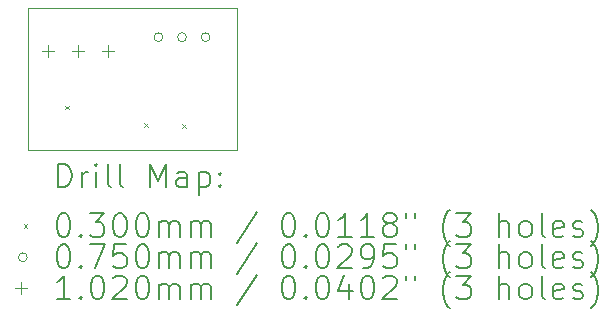
<source format=gbr>
%TF.GenerationSoftware,KiCad,Pcbnew,8.0.6*%
%TF.CreationDate,2024-10-26T20:07:44-05:00*%
%TF.ProjectId,FanPWMtoRotorLock,46616e50-574d-4746-9f52-6f746f724c6f,rev?*%
%TF.SameCoordinates,Original*%
%TF.FileFunction,Drillmap*%
%TF.FilePolarity,Positive*%
%FSLAX45Y45*%
G04 Gerber Fmt 4.5, Leading zero omitted, Abs format (unit mm)*
G04 Created by KiCad (PCBNEW 8.0.6) date 2024-10-26 20:07:44*
%MOMM*%
%LPD*%
G01*
G04 APERTURE LIST*
%ADD10C,0.050000*%
%ADD11C,0.200000*%
%ADD12C,0.100000*%
%ADD13C,0.102000*%
G04 APERTURE END LIST*
D10*
X11502500Y-7745000D02*
X13272500Y-7745000D01*
X13272500Y-8950000D01*
X11502500Y-8950000D01*
X11502500Y-7745000D01*
D11*
D12*
X11822800Y-8572500D02*
X11852800Y-8602500D01*
X11852800Y-8572500D02*
X11822800Y-8602500D01*
X12492500Y-8720760D02*
X12522500Y-8750760D01*
X12522500Y-8720760D02*
X12492500Y-8750760D01*
X12812950Y-8728540D02*
X12842950Y-8758540D01*
X12842950Y-8728540D02*
X12812950Y-8758540D01*
X12647500Y-7992500D02*
G75*
G02*
X12572500Y-7992500I-37500J0D01*
G01*
X12572500Y-7992500D02*
G75*
G02*
X12647500Y-7992500I37500J0D01*
G01*
X12847500Y-7992500D02*
G75*
G02*
X12772500Y-7992500I-37500J0D01*
G01*
X12772500Y-7992500D02*
G75*
G02*
X12847500Y-7992500I37500J0D01*
G01*
X13047500Y-7992500D02*
G75*
G02*
X12972500Y-7992500I-37500J0D01*
G01*
X12972500Y-7992500D02*
G75*
G02*
X13047500Y-7992500I37500J0D01*
G01*
D13*
X11677500Y-8061500D02*
X11677500Y-8163500D01*
X11626500Y-8112500D02*
X11728500Y-8112500D01*
X11931500Y-8061500D02*
X11931500Y-8163500D01*
X11880500Y-8112500D02*
X11982500Y-8112500D01*
X12185500Y-8061500D02*
X12185500Y-8163500D01*
X12134500Y-8112500D02*
X12236500Y-8112500D01*
D11*
X11760777Y-9263984D02*
X11760777Y-9063984D01*
X11760777Y-9063984D02*
X11808396Y-9063984D01*
X11808396Y-9063984D02*
X11836967Y-9073508D01*
X11836967Y-9073508D02*
X11856015Y-9092555D01*
X11856015Y-9092555D02*
X11865539Y-9111603D01*
X11865539Y-9111603D02*
X11875062Y-9149698D01*
X11875062Y-9149698D02*
X11875062Y-9178270D01*
X11875062Y-9178270D02*
X11865539Y-9216365D01*
X11865539Y-9216365D02*
X11856015Y-9235412D01*
X11856015Y-9235412D02*
X11836967Y-9254460D01*
X11836967Y-9254460D02*
X11808396Y-9263984D01*
X11808396Y-9263984D02*
X11760777Y-9263984D01*
X11960777Y-9263984D02*
X11960777Y-9130650D01*
X11960777Y-9168746D02*
X11970301Y-9149698D01*
X11970301Y-9149698D02*
X11979824Y-9140174D01*
X11979824Y-9140174D02*
X11998872Y-9130650D01*
X11998872Y-9130650D02*
X12017920Y-9130650D01*
X12084586Y-9263984D02*
X12084586Y-9130650D01*
X12084586Y-9063984D02*
X12075062Y-9073508D01*
X12075062Y-9073508D02*
X12084586Y-9083031D01*
X12084586Y-9083031D02*
X12094110Y-9073508D01*
X12094110Y-9073508D02*
X12084586Y-9063984D01*
X12084586Y-9063984D02*
X12084586Y-9083031D01*
X12208396Y-9263984D02*
X12189348Y-9254460D01*
X12189348Y-9254460D02*
X12179824Y-9235412D01*
X12179824Y-9235412D02*
X12179824Y-9063984D01*
X12313158Y-9263984D02*
X12294110Y-9254460D01*
X12294110Y-9254460D02*
X12284586Y-9235412D01*
X12284586Y-9235412D02*
X12284586Y-9063984D01*
X12541729Y-9263984D02*
X12541729Y-9063984D01*
X12541729Y-9063984D02*
X12608396Y-9206841D01*
X12608396Y-9206841D02*
X12675062Y-9063984D01*
X12675062Y-9063984D02*
X12675062Y-9263984D01*
X12856015Y-9263984D02*
X12856015Y-9159222D01*
X12856015Y-9159222D02*
X12846491Y-9140174D01*
X12846491Y-9140174D02*
X12827443Y-9130650D01*
X12827443Y-9130650D02*
X12789348Y-9130650D01*
X12789348Y-9130650D02*
X12770301Y-9140174D01*
X12856015Y-9254460D02*
X12836967Y-9263984D01*
X12836967Y-9263984D02*
X12789348Y-9263984D01*
X12789348Y-9263984D02*
X12770301Y-9254460D01*
X12770301Y-9254460D02*
X12760777Y-9235412D01*
X12760777Y-9235412D02*
X12760777Y-9216365D01*
X12760777Y-9216365D02*
X12770301Y-9197317D01*
X12770301Y-9197317D02*
X12789348Y-9187793D01*
X12789348Y-9187793D02*
X12836967Y-9187793D01*
X12836967Y-9187793D02*
X12856015Y-9178270D01*
X12951253Y-9130650D02*
X12951253Y-9330650D01*
X12951253Y-9140174D02*
X12970301Y-9130650D01*
X12970301Y-9130650D02*
X13008396Y-9130650D01*
X13008396Y-9130650D02*
X13027443Y-9140174D01*
X13027443Y-9140174D02*
X13036967Y-9149698D01*
X13036967Y-9149698D02*
X13046491Y-9168746D01*
X13046491Y-9168746D02*
X13046491Y-9225889D01*
X13046491Y-9225889D02*
X13036967Y-9244936D01*
X13036967Y-9244936D02*
X13027443Y-9254460D01*
X13027443Y-9254460D02*
X13008396Y-9263984D01*
X13008396Y-9263984D02*
X12970301Y-9263984D01*
X12970301Y-9263984D02*
X12951253Y-9254460D01*
X13132205Y-9244936D02*
X13141729Y-9254460D01*
X13141729Y-9254460D02*
X13132205Y-9263984D01*
X13132205Y-9263984D02*
X13122682Y-9254460D01*
X13122682Y-9254460D02*
X13132205Y-9244936D01*
X13132205Y-9244936D02*
X13132205Y-9263984D01*
X13132205Y-9140174D02*
X13141729Y-9149698D01*
X13141729Y-9149698D02*
X13132205Y-9159222D01*
X13132205Y-9159222D02*
X13122682Y-9149698D01*
X13122682Y-9149698D02*
X13132205Y-9140174D01*
X13132205Y-9140174D02*
X13132205Y-9159222D01*
D12*
X11470000Y-9577500D02*
X11500000Y-9607500D01*
X11500000Y-9577500D02*
X11470000Y-9607500D01*
D11*
X11798872Y-9483984D02*
X11817920Y-9483984D01*
X11817920Y-9483984D02*
X11836967Y-9493508D01*
X11836967Y-9493508D02*
X11846491Y-9503031D01*
X11846491Y-9503031D02*
X11856015Y-9522079D01*
X11856015Y-9522079D02*
X11865539Y-9560174D01*
X11865539Y-9560174D02*
X11865539Y-9607793D01*
X11865539Y-9607793D02*
X11856015Y-9645889D01*
X11856015Y-9645889D02*
X11846491Y-9664936D01*
X11846491Y-9664936D02*
X11836967Y-9674460D01*
X11836967Y-9674460D02*
X11817920Y-9683984D01*
X11817920Y-9683984D02*
X11798872Y-9683984D01*
X11798872Y-9683984D02*
X11779824Y-9674460D01*
X11779824Y-9674460D02*
X11770301Y-9664936D01*
X11770301Y-9664936D02*
X11760777Y-9645889D01*
X11760777Y-9645889D02*
X11751253Y-9607793D01*
X11751253Y-9607793D02*
X11751253Y-9560174D01*
X11751253Y-9560174D02*
X11760777Y-9522079D01*
X11760777Y-9522079D02*
X11770301Y-9503031D01*
X11770301Y-9503031D02*
X11779824Y-9493508D01*
X11779824Y-9493508D02*
X11798872Y-9483984D01*
X11951253Y-9664936D02*
X11960777Y-9674460D01*
X11960777Y-9674460D02*
X11951253Y-9683984D01*
X11951253Y-9683984D02*
X11941729Y-9674460D01*
X11941729Y-9674460D02*
X11951253Y-9664936D01*
X11951253Y-9664936D02*
X11951253Y-9683984D01*
X12027443Y-9483984D02*
X12151253Y-9483984D01*
X12151253Y-9483984D02*
X12084586Y-9560174D01*
X12084586Y-9560174D02*
X12113158Y-9560174D01*
X12113158Y-9560174D02*
X12132205Y-9569698D01*
X12132205Y-9569698D02*
X12141729Y-9579222D01*
X12141729Y-9579222D02*
X12151253Y-9598270D01*
X12151253Y-9598270D02*
X12151253Y-9645889D01*
X12151253Y-9645889D02*
X12141729Y-9664936D01*
X12141729Y-9664936D02*
X12132205Y-9674460D01*
X12132205Y-9674460D02*
X12113158Y-9683984D01*
X12113158Y-9683984D02*
X12056015Y-9683984D01*
X12056015Y-9683984D02*
X12036967Y-9674460D01*
X12036967Y-9674460D02*
X12027443Y-9664936D01*
X12275062Y-9483984D02*
X12294110Y-9483984D01*
X12294110Y-9483984D02*
X12313158Y-9493508D01*
X12313158Y-9493508D02*
X12322682Y-9503031D01*
X12322682Y-9503031D02*
X12332205Y-9522079D01*
X12332205Y-9522079D02*
X12341729Y-9560174D01*
X12341729Y-9560174D02*
X12341729Y-9607793D01*
X12341729Y-9607793D02*
X12332205Y-9645889D01*
X12332205Y-9645889D02*
X12322682Y-9664936D01*
X12322682Y-9664936D02*
X12313158Y-9674460D01*
X12313158Y-9674460D02*
X12294110Y-9683984D01*
X12294110Y-9683984D02*
X12275062Y-9683984D01*
X12275062Y-9683984D02*
X12256015Y-9674460D01*
X12256015Y-9674460D02*
X12246491Y-9664936D01*
X12246491Y-9664936D02*
X12236967Y-9645889D01*
X12236967Y-9645889D02*
X12227443Y-9607793D01*
X12227443Y-9607793D02*
X12227443Y-9560174D01*
X12227443Y-9560174D02*
X12236967Y-9522079D01*
X12236967Y-9522079D02*
X12246491Y-9503031D01*
X12246491Y-9503031D02*
X12256015Y-9493508D01*
X12256015Y-9493508D02*
X12275062Y-9483984D01*
X12465539Y-9483984D02*
X12484586Y-9483984D01*
X12484586Y-9483984D02*
X12503634Y-9493508D01*
X12503634Y-9493508D02*
X12513158Y-9503031D01*
X12513158Y-9503031D02*
X12522682Y-9522079D01*
X12522682Y-9522079D02*
X12532205Y-9560174D01*
X12532205Y-9560174D02*
X12532205Y-9607793D01*
X12532205Y-9607793D02*
X12522682Y-9645889D01*
X12522682Y-9645889D02*
X12513158Y-9664936D01*
X12513158Y-9664936D02*
X12503634Y-9674460D01*
X12503634Y-9674460D02*
X12484586Y-9683984D01*
X12484586Y-9683984D02*
X12465539Y-9683984D01*
X12465539Y-9683984D02*
X12446491Y-9674460D01*
X12446491Y-9674460D02*
X12436967Y-9664936D01*
X12436967Y-9664936D02*
X12427443Y-9645889D01*
X12427443Y-9645889D02*
X12417920Y-9607793D01*
X12417920Y-9607793D02*
X12417920Y-9560174D01*
X12417920Y-9560174D02*
X12427443Y-9522079D01*
X12427443Y-9522079D02*
X12436967Y-9503031D01*
X12436967Y-9503031D02*
X12446491Y-9493508D01*
X12446491Y-9493508D02*
X12465539Y-9483984D01*
X12617920Y-9683984D02*
X12617920Y-9550650D01*
X12617920Y-9569698D02*
X12627443Y-9560174D01*
X12627443Y-9560174D02*
X12646491Y-9550650D01*
X12646491Y-9550650D02*
X12675063Y-9550650D01*
X12675063Y-9550650D02*
X12694110Y-9560174D01*
X12694110Y-9560174D02*
X12703634Y-9579222D01*
X12703634Y-9579222D02*
X12703634Y-9683984D01*
X12703634Y-9579222D02*
X12713158Y-9560174D01*
X12713158Y-9560174D02*
X12732205Y-9550650D01*
X12732205Y-9550650D02*
X12760777Y-9550650D01*
X12760777Y-9550650D02*
X12779824Y-9560174D01*
X12779824Y-9560174D02*
X12789348Y-9579222D01*
X12789348Y-9579222D02*
X12789348Y-9683984D01*
X12884586Y-9683984D02*
X12884586Y-9550650D01*
X12884586Y-9569698D02*
X12894110Y-9560174D01*
X12894110Y-9560174D02*
X12913158Y-9550650D01*
X12913158Y-9550650D02*
X12941729Y-9550650D01*
X12941729Y-9550650D02*
X12960777Y-9560174D01*
X12960777Y-9560174D02*
X12970301Y-9579222D01*
X12970301Y-9579222D02*
X12970301Y-9683984D01*
X12970301Y-9579222D02*
X12979824Y-9560174D01*
X12979824Y-9560174D02*
X12998872Y-9550650D01*
X12998872Y-9550650D02*
X13027443Y-9550650D01*
X13027443Y-9550650D02*
X13046491Y-9560174D01*
X13046491Y-9560174D02*
X13056015Y-9579222D01*
X13056015Y-9579222D02*
X13056015Y-9683984D01*
X13446491Y-9474460D02*
X13275063Y-9731603D01*
X13703634Y-9483984D02*
X13722682Y-9483984D01*
X13722682Y-9483984D02*
X13741729Y-9493508D01*
X13741729Y-9493508D02*
X13751253Y-9503031D01*
X13751253Y-9503031D02*
X13760777Y-9522079D01*
X13760777Y-9522079D02*
X13770301Y-9560174D01*
X13770301Y-9560174D02*
X13770301Y-9607793D01*
X13770301Y-9607793D02*
X13760777Y-9645889D01*
X13760777Y-9645889D02*
X13751253Y-9664936D01*
X13751253Y-9664936D02*
X13741729Y-9674460D01*
X13741729Y-9674460D02*
X13722682Y-9683984D01*
X13722682Y-9683984D02*
X13703634Y-9683984D01*
X13703634Y-9683984D02*
X13684586Y-9674460D01*
X13684586Y-9674460D02*
X13675063Y-9664936D01*
X13675063Y-9664936D02*
X13665539Y-9645889D01*
X13665539Y-9645889D02*
X13656015Y-9607793D01*
X13656015Y-9607793D02*
X13656015Y-9560174D01*
X13656015Y-9560174D02*
X13665539Y-9522079D01*
X13665539Y-9522079D02*
X13675063Y-9503031D01*
X13675063Y-9503031D02*
X13684586Y-9493508D01*
X13684586Y-9493508D02*
X13703634Y-9483984D01*
X13856015Y-9664936D02*
X13865539Y-9674460D01*
X13865539Y-9674460D02*
X13856015Y-9683984D01*
X13856015Y-9683984D02*
X13846491Y-9674460D01*
X13846491Y-9674460D02*
X13856015Y-9664936D01*
X13856015Y-9664936D02*
X13856015Y-9683984D01*
X13989348Y-9483984D02*
X14008396Y-9483984D01*
X14008396Y-9483984D02*
X14027444Y-9493508D01*
X14027444Y-9493508D02*
X14036967Y-9503031D01*
X14036967Y-9503031D02*
X14046491Y-9522079D01*
X14046491Y-9522079D02*
X14056015Y-9560174D01*
X14056015Y-9560174D02*
X14056015Y-9607793D01*
X14056015Y-9607793D02*
X14046491Y-9645889D01*
X14046491Y-9645889D02*
X14036967Y-9664936D01*
X14036967Y-9664936D02*
X14027444Y-9674460D01*
X14027444Y-9674460D02*
X14008396Y-9683984D01*
X14008396Y-9683984D02*
X13989348Y-9683984D01*
X13989348Y-9683984D02*
X13970301Y-9674460D01*
X13970301Y-9674460D02*
X13960777Y-9664936D01*
X13960777Y-9664936D02*
X13951253Y-9645889D01*
X13951253Y-9645889D02*
X13941729Y-9607793D01*
X13941729Y-9607793D02*
X13941729Y-9560174D01*
X13941729Y-9560174D02*
X13951253Y-9522079D01*
X13951253Y-9522079D02*
X13960777Y-9503031D01*
X13960777Y-9503031D02*
X13970301Y-9493508D01*
X13970301Y-9493508D02*
X13989348Y-9483984D01*
X14246491Y-9683984D02*
X14132206Y-9683984D01*
X14189348Y-9683984D02*
X14189348Y-9483984D01*
X14189348Y-9483984D02*
X14170301Y-9512555D01*
X14170301Y-9512555D02*
X14151253Y-9531603D01*
X14151253Y-9531603D02*
X14132206Y-9541127D01*
X14436967Y-9683984D02*
X14322682Y-9683984D01*
X14379825Y-9683984D02*
X14379825Y-9483984D01*
X14379825Y-9483984D02*
X14360777Y-9512555D01*
X14360777Y-9512555D02*
X14341729Y-9531603D01*
X14341729Y-9531603D02*
X14322682Y-9541127D01*
X14551253Y-9569698D02*
X14532206Y-9560174D01*
X14532206Y-9560174D02*
X14522682Y-9550650D01*
X14522682Y-9550650D02*
X14513158Y-9531603D01*
X14513158Y-9531603D02*
X14513158Y-9522079D01*
X14513158Y-9522079D02*
X14522682Y-9503031D01*
X14522682Y-9503031D02*
X14532206Y-9493508D01*
X14532206Y-9493508D02*
X14551253Y-9483984D01*
X14551253Y-9483984D02*
X14589348Y-9483984D01*
X14589348Y-9483984D02*
X14608396Y-9493508D01*
X14608396Y-9493508D02*
X14617920Y-9503031D01*
X14617920Y-9503031D02*
X14627444Y-9522079D01*
X14627444Y-9522079D02*
X14627444Y-9531603D01*
X14627444Y-9531603D02*
X14617920Y-9550650D01*
X14617920Y-9550650D02*
X14608396Y-9560174D01*
X14608396Y-9560174D02*
X14589348Y-9569698D01*
X14589348Y-9569698D02*
X14551253Y-9569698D01*
X14551253Y-9569698D02*
X14532206Y-9579222D01*
X14532206Y-9579222D02*
X14522682Y-9588746D01*
X14522682Y-9588746D02*
X14513158Y-9607793D01*
X14513158Y-9607793D02*
X14513158Y-9645889D01*
X14513158Y-9645889D02*
X14522682Y-9664936D01*
X14522682Y-9664936D02*
X14532206Y-9674460D01*
X14532206Y-9674460D02*
X14551253Y-9683984D01*
X14551253Y-9683984D02*
X14589348Y-9683984D01*
X14589348Y-9683984D02*
X14608396Y-9674460D01*
X14608396Y-9674460D02*
X14617920Y-9664936D01*
X14617920Y-9664936D02*
X14627444Y-9645889D01*
X14627444Y-9645889D02*
X14627444Y-9607793D01*
X14627444Y-9607793D02*
X14617920Y-9588746D01*
X14617920Y-9588746D02*
X14608396Y-9579222D01*
X14608396Y-9579222D02*
X14589348Y-9569698D01*
X14703634Y-9483984D02*
X14703634Y-9522079D01*
X14779825Y-9483984D02*
X14779825Y-9522079D01*
X15075063Y-9760174D02*
X15065539Y-9750650D01*
X15065539Y-9750650D02*
X15046491Y-9722079D01*
X15046491Y-9722079D02*
X15036968Y-9703031D01*
X15036968Y-9703031D02*
X15027444Y-9674460D01*
X15027444Y-9674460D02*
X15017920Y-9626841D01*
X15017920Y-9626841D02*
X15017920Y-9588746D01*
X15017920Y-9588746D02*
X15027444Y-9541127D01*
X15027444Y-9541127D02*
X15036968Y-9512555D01*
X15036968Y-9512555D02*
X15046491Y-9493508D01*
X15046491Y-9493508D02*
X15065539Y-9464936D01*
X15065539Y-9464936D02*
X15075063Y-9455412D01*
X15132206Y-9483984D02*
X15256015Y-9483984D01*
X15256015Y-9483984D02*
X15189348Y-9560174D01*
X15189348Y-9560174D02*
X15217920Y-9560174D01*
X15217920Y-9560174D02*
X15236968Y-9569698D01*
X15236968Y-9569698D02*
X15246491Y-9579222D01*
X15246491Y-9579222D02*
X15256015Y-9598270D01*
X15256015Y-9598270D02*
X15256015Y-9645889D01*
X15256015Y-9645889D02*
X15246491Y-9664936D01*
X15246491Y-9664936D02*
X15236968Y-9674460D01*
X15236968Y-9674460D02*
X15217920Y-9683984D01*
X15217920Y-9683984D02*
X15160777Y-9683984D01*
X15160777Y-9683984D02*
X15141729Y-9674460D01*
X15141729Y-9674460D02*
X15132206Y-9664936D01*
X15494110Y-9683984D02*
X15494110Y-9483984D01*
X15579825Y-9683984D02*
X15579825Y-9579222D01*
X15579825Y-9579222D02*
X15570301Y-9560174D01*
X15570301Y-9560174D02*
X15551253Y-9550650D01*
X15551253Y-9550650D02*
X15522682Y-9550650D01*
X15522682Y-9550650D02*
X15503634Y-9560174D01*
X15503634Y-9560174D02*
X15494110Y-9569698D01*
X15703634Y-9683984D02*
X15684587Y-9674460D01*
X15684587Y-9674460D02*
X15675063Y-9664936D01*
X15675063Y-9664936D02*
X15665539Y-9645889D01*
X15665539Y-9645889D02*
X15665539Y-9588746D01*
X15665539Y-9588746D02*
X15675063Y-9569698D01*
X15675063Y-9569698D02*
X15684587Y-9560174D01*
X15684587Y-9560174D02*
X15703634Y-9550650D01*
X15703634Y-9550650D02*
X15732206Y-9550650D01*
X15732206Y-9550650D02*
X15751253Y-9560174D01*
X15751253Y-9560174D02*
X15760777Y-9569698D01*
X15760777Y-9569698D02*
X15770301Y-9588746D01*
X15770301Y-9588746D02*
X15770301Y-9645889D01*
X15770301Y-9645889D02*
X15760777Y-9664936D01*
X15760777Y-9664936D02*
X15751253Y-9674460D01*
X15751253Y-9674460D02*
X15732206Y-9683984D01*
X15732206Y-9683984D02*
X15703634Y-9683984D01*
X15884587Y-9683984D02*
X15865539Y-9674460D01*
X15865539Y-9674460D02*
X15856015Y-9655412D01*
X15856015Y-9655412D02*
X15856015Y-9483984D01*
X16036968Y-9674460D02*
X16017920Y-9683984D01*
X16017920Y-9683984D02*
X15979825Y-9683984D01*
X15979825Y-9683984D02*
X15960777Y-9674460D01*
X15960777Y-9674460D02*
X15951253Y-9655412D01*
X15951253Y-9655412D02*
X15951253Y-9579222D01*
X15951253Y-9579222D02*
X15960777Y-9560174D01*
X15960777Y-9560174D02*
X15979825Y-9550650D01*
X15979825Y-9550650D02*
X16017920Y-9550650D01*
X16017920Y-9550650D02*
X16036968Y-9560174D01*
X16036968Y-9560174D02*
X16046491Y-9579222D01*
X16046491Y-9579222D02*
X16046491Y-9598270D01*
X16046491Y-9598270D02*
X15951253Y-9617317D01*
X16122682Y-9674460D02*
X16141730Y-9683984D01*
X16141730Y-9683984D02*
X16179825Y-9683984D01*
X16179825Y-9683984D02*
X16198872Y-9674460D01*
X16198872Y-9674460D02*
X16208396Y-9655412D01*
X16208396Y-9655412D02*
X16208396Y-9645889D01*
X16208396Y-9645889D02*
X16198872Y-9626841D01*
X16198872Y-9626841D02*
X16179825Y-9617317D01*
X16179825Y-9617317D02*
X16151253Y-9617317D01*
X16151253Y-9617317D02*
X16132206Y-9607793D01*
X16132206Y-9607793D02*
X16122682Y-9588746D01*
X16122682Y-9588746D02*
X16122682Y-9579222D01*
X16122682Y-9579222D02*
X16132206Y-9560174D01*
X16132206Y-9560174D02*
X16151253Y-9550650D01*
X16151253Y-9550650D02*
X16179825Y-9550650D01*
X16179825Y-9550650D02*
X16198872Y-9560174D01*
X16275063Y-9760174D02*
X16284587Y-9750650D01*
X16284587Y-9750650D02*
X16303634Y-9722079D01*
X16303634Y-9722079D02*
X16313158Y-9703031D01*
X16313158Y-9703031D02*
X16322682Y-9674460D01*
X16322682Y-9674460D02*
X16332206Y-9626841D01*
X16332206Y-9626841D02*
X16332206Y-9588746D01*
X16332206Y-9588746D02*
X16322682Y-9541127D01*
X16322682Y-9541127D02*
X16313158Y-9512555D01*
X16313158Y-9512555D02*
X16303634Y-9493508D01*
X16303634Y-9493508D02*
X16284587Y-9464936D01*
X16284587Y-9464936D02*
X16275063Y-9455412D01*
D12*
X11500000Y-9856500D02*
G75*
G02*
X11425000Y-9856500I-37500J0D01*
G01*
X11425000Y-9856500D02*
G75*
G02*
X11500000Y-9856500I37500J0D01*
G01*
D11*
X11798872Y-9747984D02*
X11817920Y-9747984D01*
X11817920Y-9747984D02*
X11836967Y-9757508D01*
X11836967Y-9757508D02*
X11846491Y-9767031D01*
X11846491Y-9767031D02*
X11856015Y-9786079D01*
X11856015Y-9786079D02*
X11865539Y-9824174D01*
X11865539Y-9824174D02*
X11865539Y-9871793D01*
X11865539Y-9871793D02*
X11856015Y-9909889D01*
X11856015Y-9909889D02*
X11846491Y-9928936D01*
X11846491Y-9928936D02*
X11836967Y-9938460D01*
X11836967Y-9938460D02*
X11817920Y-9947984D01*
X11817920Y-9947984D02*
X11798872Y-9947984D01*
X11798872Y-9947984D02*
X11779824Y-9938460D01*
X11779824Y-9938460D02*
X11770301Y-9928936D01*
X11770301Y-9928936D02*
X11760777Y-9909889D01*
X11760777Y-9909889D02*
X11751253Y-9871793D01*
X11751253Y-9871793D02*
X11751253Y-9824174D01*
X11751253Y-9824174D02*
X11760777Y-9786079D01*
X11760777Y-9786079D02*
X11770301Y-9767031D01*
X11770301Y-9767031D02*
X11779824Y-9757508D01*
X11779824Y-9757508D02*
X11798872Y-9747984D01*
X11951253Y-9928936D02*
X11960777Y-9938460D01*
X11960777Y-9938460D02*
X11951253Y-9947984D01*
X11951253Y-9947984D02*
X11941729Y-9938460D01*
X11941729Y-9938460D02*
X11951253Y-9928936D01*
X11951253Y-9928936D02*
X11951253Y-9947984D01*
X12027443Y-9747984D02*
X12160777Y-9747984D01*
X12160777Y-9747984D02*
X12075062Y-9947984D01*
X12332205Y-9747984D02*
X12236967Y-9747984D01*
X12236967Y-9747984D02*
X12227443Y-9843222D01*
X12227443Y-9843222D02*
X12236967Y-9833698D01*
X12236967Y-9833698D02*
X12256015Y-9824174D01*
X12256015Y-9824174D02*
X12303634Y-9824174D01*
X12303634Y-9824174D02*
X12322682Y-9833698D01*
X12322682Y-9833698D02*
X12332205Y-9843222D01*
X12332205Y-9843222D02*
X12341729Y-9862270D01*
X12341729Y-9862270D02*
X12341729Y-9909889D01*
X12341729Y-9909889D02*
X12332205Y-9928936D01*
X12332205Y-9928936D02*
X12322682Y-9938460D01*
X12322682Y-9938460D02*
X12303634Y-9947984D01*
X12303634Y-9947984D02*
X12256015Y-9947984D01*
X12256015Y-9947984D02*
X12236967Y-9938460D01*
X12236967Y-9938460D02*
X12227443Y-9928936D01*
X12465539Y-9747984D02*
X12484586Y-9747984D01*
X12484586Y-9747984D02*
X12503634Y-9757508D01*
X12503634Y-9757508D02*
X12513158Y-9767031D01*
X12513158Y-9767031D02*
X12522682Y-9786079D01*
X12522682Y-9786079D02*
X12532205Y-9824174D01*
X12532205Y-9824174D02*
X12532205Y-9871793D01*
X12532205Y-9871793D02*
X12522682Y-9909889D01*
X12522682Y-9909889D02*
X12513158Y-9928936D01*
X12513158Y-9928936D02*
X12503634Y-9938460D01*
X12503634Y-9938460D02*
X12484586Y-9947984D01*
X12484586Y-9947984D02*
X12465539Y-9947984D01*
X12465539Y-9947984D02*
X12446491Y-9938460D01*
X12446491Y-9938460D02*
X12436967Y-9928936D01*
X12436967Y-9928936D02*
X12427443Y-9909889D01*
X12427443Y-9909889D02*
X12417920Y-9871793D01*
X12417920Y-9871793D02*
X12417920Y-9824174D01*
X12417920Y-9824174D02*
X12427443Y-9786079D01*
X12427443Y-9786079D02*
X12436967Y-9767031D01*
X12436967Y-9767031D02*
X12446491Y-9757508D01*
X12446491Y-9757508D02*
X12465539Y-9747984D01*
X12617920Y-9947984D02*
X12617920Y-9814650D01*
X12617920Y-9833698D02*
X12627443Y-9824174D01*
X12627443Y-9824174D02*
X12646491Y-9814650D01*
X12646491Y-9814650D02*
X12675063Y-9814650D01*
X12675063Y-9814650D02*
X12694110Y-9824174D01*
X12694110Y-9824174D02*
X12703634Y-9843222D01*
X12703634Y-9843222D02*
X12703634Y-9947984D01*
X12703634Y-9843222D02*
X12713158Y-9824174D01*
X12713158Y-9824174D02*
X12732205Y-9814650D01*
X12732205Y-9814650D02*
X12760777Y-9814650D01*
X12760777Y-9814650D02*
X12779824Y-9824174D01*
X12779824Y-9824174D02*
X12789348Y-9843222D01*
X12789348Y-9843222D02*
X12789348Y-9947984D01*
X12884586Y-9947984D02*
X12884586Y-9814650D01*
X12884586Y-9833698D02*
X12894110Y-9824174D01*
X12894110Y-9824174D02*
X12913158Y-9814650D01*
X12913158Y-9814650D02*
X12941729Y-9814650D01*
X12941729Y-9814650D02*
X12960777Y-9824174D01*
X12960777Y-9824174D02*
X12970301Y-9843222D01*
X12970301Y-9843222D02*
X12970301Y-9947984D01*
X12970301Y-9843222D02*
X12979824Y-9824174D01*
X12979824Y-9824174D02*
X12998872Y-9814650D01*
X12998872Y-9814650D02*
X13027443Y-9814650D01*
X13027443Y-9814650D02*
X13046491Y-9824174D01*
X13046491Y-9824174D02*
X13056015Y-9843222D01*
X13056015Y-9843222D02*
X13056015Y-9947984D01*
X13446491Y-9738460D02*
X13275063Y-9995603D01*
X13703634Y-9747984D02*
X13722682Y-9747984D01*
X13722682Y-9747984D02*
X13741729Y-9757508D01*
X13741729Y-9757508D02*
X13751253Y-9767031D01*
X13751253Y-9767031D02*
X13760777Y-9786079D01*
X13760777Y-9786079D02*
X13770301Y-9824174D01*
X13770301Y-9824174D02*
X13770301Y-9871793D01*
X13770301Y-9871793D02*
X13760777Y-9909889D01*
X13760777Y-9909889D02*
X13751253Y-9928936D01*
X13751253Y-9928936D02*
X13741729Y-9938460D01*
X13741729Y-9938460D02*
X13722682Y-9947984D01*
X13722682Y-9947984D02*
X13703634Y-9947984D01*
X13703634Y-9947984D02*
X13684586Y-9938460D01*
X13684586Y-9938460D02*
X13675063Y-9928936D01*
X13675063Y-9928936D02*
X13665539Y-9909889D01*
X13665539Y-9909889D02*
X13656015Y-9871793D01*
X13656015Y-9871793D02*
X13656015Y-9824174D01*
X13656015Y-9824174D02*
X13665539Y-9786079D01*
X13665539Y-9786079D02*
X13675063Y-9767031D01*
X13675063Y-9767031D02*
X13684586Y-9757508D01*
X13684586Y-9757508D02*
X13703634Y-9747984D01*
X13856015Y-9928936D02*
X13865539Y-9938460D01*
X13865539Y-9938460D02*
X13856015Y-9947984D01*
X13856015Y-9947984D02*
X13846491Y-9938460D01*
X13846491Y-9938460D02*
X13856015Y-9928936D01*
X13856015Y-9928936D02*
X13856015Y-9947984D01*
X13989348Y-9747984D02*
X14008396Y-9747984D01*
X14008396Y-9747984D02*
X14027444Y-9757508D01*
X14027444Y-9757508D02*
X14036967Y-9767031D01*
X14036967Y-9767031D02*
X14046491Y-9786079D01*
X14046491Y-9786079D02*
X14056015Y-9824174D01*
X14056015Y-9824174D02*
X14056015Y-9871793D01*
X14056015Y-9871793D02*
X14046491Y-9909889D01*
X14046491Y-9909889D02*
X14036967Y-9928936D01*
X14036967Y-9928936D02*
X14027444Y-9938460D01*
X14027444Y-9938460D02*
X14008396Y-9947984D01*
X14008396Y-9947984D02*
X13989348Y-9947984D01*
X13989348Y-9947984D02*
X13970301Y-9938460D01*
X13970301Y-9938460D02*
X13960777Y-9928936D01*
X13960777Y-9928936D02*
X13951253Y-9909889D01*
X13951253Y-9909889D02*
X13941729Y-9871793D01*
X13941729Y-9871793D02*
X13941729Y-9824174D01*
X13941729Y-9824174D02*
X13951253Y-9786079D01*
X13951253Y-9786079D02*
X13960777Y-9767031D01*
X13960777Y-9767031D02*
X13970301Y-9757508D01*
X13970301Y-9757508D02*
X13989348Y-9747984D01*
X14132206Y-9767031D02*
X14141729Y-9757508D01*
X14141729Y-9757508D02*
X14160777Y-9747984D01*
X14160777Y-9747984D02*
X14208396Y-9747984D01*
X14208396Y-9747984D02*
X14227444Y-9757508D01*
X14227444Y-9757508D02*
X14236967Y-9767031D01*
X14236967Y-9767031D02*
X14246491Y-9786079D01*
X14246491Y-9786079D02*
X14246491Y-9805127D01*
X14246491Y-9805127D02*
X14236967Y-9833698D01*
X14236967Y-9833698D02*
X14122682Y-9947984D01*
X14122682Y-9947984D02*
X14246491Y-9947984D01*
X14341729Y-9947984D02*
X14379825Y-9947984D01*
X14379825Y-9947984D02*
X14398872Y-9938460D01*
X14398872Y-9938460D02*
X14408396Y-9928936D01*
X14408396Y-9928936D02*
X14427444Y-9900365D01*
X14427444Y-9900365D02*
X14436967Y-9862270D01*
X14436967Y-9862270D02*
X14436967Y-9786079D01*
X14436967Y-9786079D02*
X14427444Y-9767031D01*
X14427444Y-9767031D02*
X14417920Y-9757508D01*
X14417920Y-9757508D02*
X14398872Y-9747984D01*
X14398872Y-9747984D02*
X14360777Y-9747984D01*
X14360777Y-9747984D02*
X14341729Y-9757508D01*
X14341729Y-9757508D02*
X14332206Y-9767031D01*
X14332206Y-9767031D02*
X14322682Y-9786079D01*
X14322682Y-9786079D02*
X14322682Y-9833698D01*
X14322682Y-9833698D02*
X14332206Y-9852746D01*
X14332206Y-9852746D02*
X14341729Y-9862270D01*
X14341729Y-9862270D02*
X14360777Y-9871793D01*
X14360777Y-9871793D02*
X14398872Y-9871793D01*
X14398872Y-9871793D02*
X14417920Y-9862270D01*
X14417920Y-9862270D02*
X14427444Y-9852746D01*
X14427444Y-9852746D02*
X14436967Y-9833698D01*
X14617920Y-9747984D02*
X14522682Y-9747984D01*
X14522682Y-9747984D02*
X14513158Y-9843222D01*
X14513158Y-9843222D02*
X14522682Y-9833698D01*
X14522682Y-9833698D02*
X14541729Y-9824174D01*
X14541729Y-9824174D02*
X14589348Y-9824174D01*
X14589348Y-9824174D02*
X14608396Y-9833698D01*
X14608396Y-9833698D02*
X14617920Y-9843222D01*
X14617920Y-9843222D02*
X14627444Y-9862270D01*
X14627444Y-9862270D02*
X14627444Y-9909889D01*
X14627444Y-9909889D02*
X14617920Y-9928936D01*
X14617920Y-9928936D02*
X14608396Y-9938460D01*
X14608396Y-9938460D02*
X14589348Y-9947984D01*
X14589348Y-9947984D02*
X14541729Y-9947984D01*
X14541729Y-9947984D02*
X14522682Y-9938460D01*
X14522682Y-9938460D02*
X14513158Y-9928936D01*
X14703634Y-9747984D02*
X14703634Y-9786079D01*
X14779825Y-9747984D02*
X14779825Y-9786079D01*
X15075063Y-10024174D02*
X15065539Y-10014650D01*
X15065539Y-10014650D02*
X15046491Y-9986079D01*
X15046491Y-9986079D02*
X15036968Y-9967031D01*
X15036968Y-9967031D02*
X15027444Y-9938460D01*
X15027444Y-9938460D02*
X15017920Y-9890841D01*
X15017920Y-9890841D02*
X15017920Y-9852746D01*
X15017920Y-9852746D02*
X15027444Y-9805127D01*
X15027444Y-9805127D02*
X15036968Y-9776555D01*
X15036968Y-9776555D02*
X15046491Y-9757508D01*
X15046491Y-9757508D02*
X15065539Y-9728936D01*
X15065539Y-9728936D02*
X15075063Y-9719412D01*
X15132206Y-9747984D02*
X15256015Y-9747984D01*
X15256015Y-9747984D02*
X15189348Y-9824174D01*
X15189348Y-9824174D02*
X15217920Y-9824174D01*
X15217920Y-9824174D02*
X15236968Y-9833698D01*
X15236968Y-9833698D02*
X15246491Y-9843222D01*
X15246491Y-9843222D02*
X15256015Y-9862270D01*
X15256015Y-9862270D02*
X15256015Y-9909889D01*
X15256015Y-9909889D02*
X15246491Y-9928936D01*
X15246491Y-9928936D02*
X15236968Y-9938460D01*
X15236968Y-9938460D02*
X15217920Y-9947984D01*
X15217920Y-9947984D02*
X15160777Y-9947984D01*
X15160777Y-9947984D02*
X15141729Y-9938460D01*
X15141729Y-9938460D02*
X15132206Y-9928936D01*
X15494110Y-9947984D02*
X15494110Y-9747984D01*
X15579825Y-9947984D02*
X15579825Y-9843222D01*
X15579825Y-9843222D02*
X15570301Y-9824174D01*
X15570301Y-9824174D02*
X15551253Y-9814650D01*
X15551253Y-9814650D02*
X15522682Y-9814650D01*
X15522682Y-9814650D02*
X15503634Y-9824174D01*
X15503634Y-9824174D02*
X15494110Y-9833698D01*
X15703634Y-9947984D02*
X15684587Y-9938460D01*
X15684587Y-9938460D02*
X15675063Y-9928936D01*
X15675063Y-9928936D02*
X15665539Y-9909889D01*
X15665539Y-9909889D02*
X15665539Y-9852746D01*
X15665539Y-9852746D02*
X15675063Y-9833698D01*
X15675063Y-9833698D02*
X15684587Y-9824174D01*
X15684587Y-9824174D02*
X15703634Y-9814650D01*
X15703634Y-9814650D02*
X15732206Y-9814650D01*
X15732206Y-9814650D02*
X15751253Y-9824174D01*
X15751253Y-9824174D02*
X15760777Y-9833698D01*
X15760777Y-9833698D02*
X15770301Y-9852746D01*
X15770301Y-9852746D02*
X15770301Y-9909889D01*
X15770301Y-9909889D02*
X15760777Y-9928936D01*
X15760777Y-9928936D02*
X15751253Y-9938460D01*
X15751253Y-9938460D02*
X15732206Y-9947984D01*
X15732206Y-9947984D02*
X15703634Y-9947984D01*
X15884587Y-9947984D02*
X15865539Y-9938460D01*
X15865539Y-9938460D02*
X15856015Y-9919412D01*
X15856015Y-9919412D02*
X15856015Y-9747984D01*
X16036968Y-9938460D02*
X16017920Y-9947984D01*
X16017920Y-9947984D02*
X15979825Y-9947984D01*
X15979825Y-9947984D02*
X15960777Y-9938460D01*
X15960777Y-9938460D02*
X15951253Y-9919412D01*
X15951253Y-9919412D02*
X15951253Y-9843222D01*
X15951253Y-9843222D02*
X15960777Y-9824174D01*
X15960777Y-9824174D02*
X15979825Y-9814650D01*
X15979825Y-9814650D02*
X16017920Y-9814650D01*
X16017920Y-9814650D02*
X16036968Y-9824174D01*
X16036968Y-9824174D02*
X16046491Y-9843222D01*
X16046491Y-9843222D02*
X16046491Y-9862270D01*
X16046491Y-9862270D02*
X15951253Y-9881317D01*
X16122682Y-9938460D02*
X16141730Y-9947984D01*
X16141730Y-9947984D02*
X16179825Y-9947984D01*
X16179825Y-9947984D02*
X16198872Y-9938460D01*
X16198872Y-9938460D02*
X16208396Y-9919412D01*
X16208396Y-9919412D02*
X16208396Y-9909889D01*
X16208396Y-9909889D02*
X16198872Y-9890841D01*
X16198872Y-9890841D02*
X16179825Y-9881317D01*
X16179825Y-9881317D02*
X16151253Y-9881317D01*
X16151253Y-9881317D02*
X16132206Y-9871793D01*
X16132206Y-9871793D02*
X16122682Y-9852746D01*
X16122682Y-9852746D02*
X16122682Y-9843222D01*
X16122682Y-9843222D02*
X16132206Y-9824174D01*
X16132206Y-9824174D02*
X16151253Y-9814650D01*
X16151253Y-9814650D02*
X16179825Y-9814650D01*
X16179825Y-9814650D02*
X16198872Y-9824174D01*
X16275063Y-10024174D02*
X16284587Y-10014650D01*
X16284587Y-10014650D02*
X16303634Y-9986079D01*
X16303634Y-9986079D02*
X16313158Y-9967031D01*
X16313158Y-9967031D02*
X16322682Y-9938460D01*
X16322682Y-9938460D02*
X16332206Y-9890841D01*
X16332206Y-9890841D02*
X16332206Y-9852746D01*
X16332206Y-9852746D02*
X16322682Y-9805127D01*
X16322682Y-9805127D02*
X16313158Y-9776555D01*
X16313158Y-9776555D02*
X16303634Y-9757508D01*
X16303634Y-9757508D02*
X16284587Y-9728936D01*
X16284587Y-9728936D02*
X16275063Y-9719412D01*
D13*
X11449000Y-10069500D02*
X11449000Y-10171500D01*
X11398000Y-10120500D02*
X11500000Y-10120500D01*
D11*
X11865539Y-10211984D02*
X11751253Y-10211984D01*
X11808396Y-10211984D02*
X11808396Y-10011984D01*
X11808396Y-10011984D02*
X11789348Y-10040555D01*
X11789348Y-10040555D02*
X11770301Y-10059603D01*
X11770301Y-10059603D02*
X11751253Y-10069127D01*
X11951253Y-10192936D02*
X11960777Y-10202460D01*
X11960777Y-10202460D02*
X11951253Y-10211984D01*
X11951253Y-10211984D02*
X11941729Y-10202460D01*
X11941729Y-10202460D02*
X11951253Y-10192936D01*
X11951253Y-10192936D02*
X11951253Y-10211984D01*
X12084586Y-10011984D02*
X12103634Y-10011984D01*
X12103634Y-10011984D02*
X12122682Y-10021508D01*
X12122682Y-10021508D02*
X12132205Y-10031031D01*
X12132205Y-10031031D02*
X12141729Y-10050079D01*
X12141729Y-10050079D02*
X12151253Y-10088174D01*
X12151253Y-10088174D02*
X12151253Y-10135793D01*
X12151253Y-10135793D02*
X12141729Y-10173889D01*
X12141729Y-10173889D02*
X12132205Y-10192936D01*
X12132205Y-10192936D02*
X12122682Y-10202460D01*
X12122682Y-10202460D02*
X12103634Y-10211984D01*
X12103634Y-10211984D02*
X12084586Y-10211984D01*
X12084586Y-10211984D02*
X12065539Y-10202460D01*
X12065539Y-10202460D02*
X12056015Y-10192936D01*
X12056015Y-10192936D02*
X12046491Y-10173889D01*
X12046491Y-10173889D02*
X12036967Y-10135793D01*
X12036967Y-10135793D02*
X12036967Y-10088174D01*
X12036967Y-10088174D02*
X12046491Y-10050079D01*
X12046491Y-10050079D02*
X12056015Y-10031031D01*
X12056015Y-10031031D02*
X12065539Y-10021508D01*
X12065539Y-10021508D02*
X12084586Y-10011984D01*
X12227443Y-10031031D02*
X12236967Y-10021508D01*
X12236967Y-10021508D02*
X12256015Y-10011984D01*
X12256015Y-10011984D02*
X12303634Y-10011984D01*
X12303634Y-10011984D02*
X12322682Y-10021508D01*
X12322682Y-10021508D02*
X12332205Y-10031031D01*
X12332205Y-10031031D02*
X12341729Y-10050079D01*
X12341729Y-10050079D02*
X12341729Y-10069127D01*
X12341729Y-10069127D02*
X12332205Y-10097698D01*
X12332205Y-10097698D02*
X12217920Y-10211984D01*
X12217920Y-10211984D02*
X12341729Y-10211984D01*
X12465539Y-10011984D02*
X12484586Y-10011984D01*
X12484586Y-10011984D02*
X12503634Y-10021508D01*
X12503634Y-10021508D02*
X12513158Y-10031031D01*
X12513158Y-10031031D02*
X12522682Y-10050079D01*
X12522682Y-10050079D02*
X12532205Y-10088174D01*
X12532205Y-10088174D02*
X12532205Y-10135793D01*
X12532205Y-10135793D02*
X12522682Y-10173889D01*
X12522682Y-10173889D02*
X12513158Y-10192936D01*
X12513158Y-10192936D02*
X12503634Y-10202460D01*
X12503634Y-10202460D02*
X12484586Y-10211984D01*
X12484586Y-10211984D02*
X12465539Y-10211984D01*
X12465539Y-10211984D02*
X12446491Y-10202460D01*
X12446491Y-10202460D02*
X12436967Y-10192936D01*
X12436967Y-10192936D02*
X12427443Y-10173889D01*
X12427443Y-10173889D02*
X12417920Y-10135793D01*
X12417920Y-10135793D02*
X12417920Y-10088174D01*
X12417920Y-10088174D02*
X12427443Y-10050079D01*
X12427443Y-10050079D02*
X12436967Y-10031031D01*
X12436967Y-10031031D02*
X12446491Y-10021508D01*
X12446491Y-10021508D02*
X12465539Y-10011984D01*
X12617920Y-10211984D02*
X12617920Y-10078650D01*
X12617920Y-10097698D02*
X12627443Y-10088174D01*
X12627443Y-10088174D02*
X12646491Y-10078650D01*
X12646491Y-10078650D02*
X12675063Y-10078650D01*
X12675063Y-10078650D02*
X12694110Y-10088174D01*
X12694110Y-10088174D02*
X12703634Y-10107222D01*
X12703634Y-10107222D02*
X12703634Y-10211984D01*
X12703634Y-10107222D02*
X12713158Y-10088174D01*
X12713158Y-10088174D02*
X12732205Y-10078650D01*
X12732205Y-10078650D02*
X12760777Y-10078650D01*
X12760777Y-10078650D02*
X12779824Y-10088174D01*
X12779824Y-10088174D02*
X12789348Y-10107222D01*
X12789348Y-10107222D02*
X12789348Y-10211984D01*
X12884586Y-10211984D02*
X12884586Y-10078650D01*
X12884586Y-10097698D02*
X12894110Y-10088174D01*
X12894110Y-10088174D02*
X12913158Y-10078650D01*
X12913158Y-10078650D02*
X12941729Y-10078650D01*
X12941729Y-10078650D02*
X12960777Y-10088174D01*
X12960777Y-10088174D02*
X12970301Y-10107222D01*
X12970301Y-10107222D02*
X12970301Y-10211984D01*
X12970301Y-10107222D02*
X12979824Y-10088174D01*
X12979824Y-10088174D02*
X12998872Y-10078650D01*
X12998872Y-10078650D02*
X13027443Y-10078650D01*
X13027443Y-10078650D02*
X13046491Y-10088174D01*
X13046491Y-10088174D02*
X13056015Y-10107222D01*
X13056015Y-10107222D02*
X13056015Y-10211984D01*
X13446491Y-10002460D02*
X13275063Y-10259603D01*
X13703634Y-10011984D02*
X13722682Y-10011984D01*
X13722682Y-10011984D02*
X13741729Y-10021508D01*
X13741729Y-10021508D02*
X13751253Y-10031031D01*
X13751253Y-10031031D02*
X13760777Y-10050079D01*
X13760777Y-10050079D02*
X13770301Y-10088174D01*
X13770301Y-10088174D02*
X13770301Y-10135793D01*
X13770301Y-10135793D02*
X13760777Y-10173889D01*
X13760777Y-10173889D02*
X13751253Y-10192936D01*
X13751253Y-10192936D02*
X13741729Y-10202460D01*
X13741729Y-10202460D02*
X13722682Y-10211984D01*
X13722682Y-10211984D02*
X13703634Y-10211984D01*
X13703634Y-10211984D02*
X13684586Y-10202460D01*
X13684586Y-10202460D02*
X13675063Y-10192936D01*
X13675063Y-10192936D02*
X13665539Y-10173889D01*
X13665539Y-10173889D02*
X13656015Y-10135793D01*
X13656015Y-10135793D02*
X13656015Y-10088174D01*
X13656015Y-10088174D02*
X13665539Y-10050079D01*
X13665539Y-10050079D02*
X13675063Y-10031031D01*
X13675063Y-10031031D02*
X13684586Y-10021508D01*
X13684586Y-10021508D02*
X13703634Y-10011984D01*
X13856015Y-10192936D02*
X13865539Y-10202460D01*
X13865539Y-10202460D02*
X13856015Y-10211984D01*
X13856015Y-10211984D02*
X13846491Y-10202460D01*
X13846491Y-10202460D02*
X13856015Y-10192936D01*
X13856015Y-10192936D02*
X13856015Y-10211984D01*
X13989348Y-10011984D02*
X14008396Y-10011984D01*
X14008396Y-10011984D02*
X14027444Y-10021508D01*
X14027444Y-10021508D02*
X14036967Y-10031031D01*
X14036967Y-10031031D02*
X14046491Y-10050079D01*
X14046491Y-10050079D02*
X14056015Y-10088174D01*
X14056015Y-10088174D02*
X14056015Y-10135793D01*
X14056015Y-10135793D02*
X14046491Y-10173889D01*
X14046491Y-10173889D02*
X14036967Y-10192936D01*
X14036967Y-10192936D02*
X14027444Y-10202460D01*
X14027444Y-10202460D02*
X14008396Y-10211984D01*
X14008396Y-10211984D02*
X13989348Y-10211984D01*
X13989348Y-10211984D02*
X13970301Y-10202460D01*
X13970301Y-10202460D02*
X13960777Y-10192936D01*
X13960777Y-10192936D02*
X13951253Y-10173889D01*
X13951253Y-10173889D02*
X13941729Y-10135793D01*
X13941729Y-10135793D02*
X13941729Y-10088174D01*
X13941729Y-10088174D02*
X13951253Y-10050079D01*
X13951253Y-10050079D02*
X13960777Y-10031031D01*
X13960777Y-10031031D02*
X13970301Y-10021508D01*
X13970301Y-10021508D02*
X13989348Y-10011984D01*
X14227444Y-10078650D02*
X14227444Y-10211984D01*
X14179825Y-10002460D02*
X14132206Y-10145317D01*
X14132206Y-10145317D02*
X14256015Y-10145317D01*
X14370301Y-10011984D02*
X14389348Y-10011984D01*
X14389348Y-10011984D02*
X14408396Y-10021508D01*
X14408396Y-10021508D02*
X14417920Y-10031031D01*
X14417920Y-10031031D02*
X14427444Y-10050079D01*
X14427444Y-10050079D02*
X14436967Y-10088174D01*
X14436967Y-10088174D02*
X14436967Y-10135793D01*
X14436967Y-10135793D02*
X14427444Y-10173889D01*
X14427444Y-10173889D02*
X14417920Y-10192936D01*
X14417920Y-10192936D02*
X14408396Y-10202460D01*
X14408396Y-10202460D02*
X14389348Y-10211984D01*
X14389348Y-10211984D02*
X14370301Y-10211984D01*
X14370301Y-10211984D02*
X14351253Y-10202460D01*
X14351253Y-10202460D02*
X14341729Y-10192936D01*
X14341729Y-10192936D02*
X14332206Y-10173889D01*
X14332206Y-10173889D02*
X14322682Y-10135793D01*
X14322682Y-10135793D02*
X14322682Y-10088174D01*
X14322682Y-10088174D02*
X14332206Y-10050079D01*
X14332206Y-10050079D02*
X14341729Y-10031031D01*
X14341729Y-10031031D02*
X14351253Y-10021508D01*
X14351253Y-10021508D02*
X14370301Y-10011984D01*
X14513158Y-10031031D02*
X14522682Y-10021508D01*
X14522682Y-10021508D02*
X14541729Y-10011984D01*
X14541729Y-10011984D02*
X14589348Y-10011984D01*
X14589348Y-10011984D02*
X14608396Y-10021508D01*
X14608396Y-10021508D02*
X14617920Y-10031031D01*
X14617920Y-10031031D02*
X14627444Y-10050079D01*
X14627444Y-10050079D02*
X14627444Y-10069127D01*
X14627444Y-10069127D02*
X14617920Y-10097698D01*
X14617920Y-10097698D02*
X14503634Y-10211984D01*
X14503634Y-10211984D02*
X14627444Y-10211984D01*
X14703634Y-10011984D02*
X14703634Y-10050079D01*
X14779825Y-10011984D02*
X14779825Y-10050079D01*
X15075063Y-10288174D02*
X15065539Y-10278650D01*
X15065539Y-10278650D02*
X15046491Y-10250079D01*
X15046491Y-10250079D02*
X15036968Y-10231031D01*
X15036968Y-10231031D02*
X15027444Y-10202460D01*
X15027444Y-10202460D02*
X15017920Y-10154841D01*
X15017920Y-10154841D02*
X15017920Y-10116746D01*
X15017920Y-10116746D02*
X15027444Y-10069127D01*
X15027444Y-10069127D02*
X15036968Y-10040555D01*
X15036968Y-10040555D02*
X15046491Y-10021508D01*
X15046491Y-10021508D02*
X15065539Y-9992936D01*
X15065539Y-9992936D02*
X15075063Y-9983412D01*
X15132206Y-10011984D02*
X15256015Y-10011984D01*
X15256015Y-10011984D02*
X15189348Y-10088174D01*
X15189348Y-10088174D02*
X15217920Y-10088174D01*
X15217920Y-10088174D02*
X15236968Y-10097698D01*
X15236968Y-10097698D02*
X15246491Y-10107222D01*
X15246491Y-10107222D02*
X15256015Y-10126270D01*
X15256015Y-10126270D02*
X15256015Y-10173889D01*
X15256015Y-10173889D02*
X15246491Y-10192936D01*
X15246491Y-10192936D02*
X15236968Y-10202460D01*
X15236968Y-10202460D02*
X15217920Y-10211984D01*
X15217920Y-10211984D02*
X15160777Y-10211984D01*
X15160777Y-10211984D02*
X15141729Y-10202460D01*
X15141729Y-10202460D02*
X15132206Y-10192936D01*
X15494110Y-10211984D02*
X15494110Y-10011984D01*
X15579825Y-10211984D02*
X15579825Y-10107222D01*
X15579825Y-10107222D02*
X15570301Y-10088174D01*
X15570301Y-10088174D02*
X15551253Y-10078650D01*
X15551253Y-10078650D02*
X15522682Y-10078650D01*
X15522682Y-10078650D02*
X15503634Y-10088174D01*
X15503634Y-10088174D02*
X15494110Y-10097698D01*
X15703634Y-10211984D02*
X15684587Y-10202460D01*
X15684587Y-10202460D02*
X15675063Y-10192936D01*
X15675063Y-10192936D02*
X15665539Y-10173889D01*
X15665539Y-10173889D02*
X15665539Y-10116746D01*
X15665539Y-10116746D02*
X15675063Y-10097698D01*
X15675063Y-10097698D02*
X15684587Y-10088174D01*
X15684587Y-10088174D02*
X15703634Y-10078650D01*
X15703634Y-10078650D02*
X15732206Y-10078650D01*
X15732206Y-10078650D02*
X15751253Y-10088174D01*
X15751253Y-10088174D02*
X15760777Y-10097698D01*
X15760777Y-10097698D02*
X15770301Y-10116746D01*
X15770301Y-10116746D02*
X15770301Y-10173889D01*
X15770301Y-10173889D02*
X15760777Y-10192936D01*
X15760777Y-10192936D02*
X15751253Y-10202460D01*
X15751253Y-10202460D02*
X15732206Y-10211984D01*
X15732206Y-10211984D02*
X15703634Y-10211984D01*
X15884587Y-10211984D02*
X15865539Y-10202460D01*
X15865539Y-10202460D02*
X15856015Y-10183412D01*
X15856015Y-10183412D02*
X15856015Y-10011984D01*
X16036968Y-10202460D02*
X16017920Y-10211984D01*
X16017920Y-10211984D02*
X15979825Y-10211984D01*
X15979825Y-10211984D02*
X15960777Y-10202460D01*
X15960777Y-10202460D02*
X15951253Y-10183412D01*
X15951253Y-10183412D02*
X15951253Y-10107222D01*
X15951253Y-10107222D02*
X15960777Y-10088174D01*
X15960777Y-10088174D02*
X15979825Y-10078650D01*
X15979825Y-10078650D02*
X16017920Y-10078650D01*
X16017920Y-10078650D02*
X16036968Y-10088174D01*
X16036968Y-10088174D02*
X16046491Y-10107222D01*
X16046491Y-10107222D02*
X16046491Y-10126270D01*
X16046491Y-10126270D02*
X15951253Y-10145317D01*
X16122682Y-10202460D02*
X16141730Y-10211984D01*
X16141730Y-10211984D02*
X16179825Y-10211984D01*
X16179825Y-10211984D02*
X16198872Y-10202460D01*
X16198872Y-10202460D02*
X16208396Y-10183412D01*
X16208396Y-10183412D02*
X16208396Y-10173889D01*
X16208396Y-10173889D02*
X16198872Y-10154841D01*
X16198872Y-10154841D02*
X16179825Y-10145317D01*
X16179825Y-10145317D02*
X16151253Y-10145317D01*
X16151253Y-10145317D02*
X16132206Y-10135793D01*
X16132206Y-10135793D02*
X16122682Y-10116746D01*
X16122682Y-10116746D02*
X16122682Y-10107222D01*
X16122682Y-10107222D02*
X16132206Y-10088174D01*
X16132206Y-10088174D02*
X16151253Y-10078650D01*
X16151253Y-10078650D02*
X16179825Y-10078650D01*
X16179825Y-10078650D02*
X16198872Y-10088174D01*
X16275063Y-10288174D02*
X16284587Y-10278650D01*
X16284587Y-10278650D02*
X16303634Y-10250079D01*
X16303634Y-10250079D02*
X16313158Y-10231031D01*
X16313158Y-10231031D02*
X16322682Y-10202460D01*
X16322682Y-10202460D02*
X16332206Y-10154841D01*
X16332206Y-10154841D02*
X16332206Y-10116746D01*
X16332206Y-10116746D02*
X16322682Y-10069127D01*
X16322682Y-10069127D02*
X16313158Y-10040555D01*
X16313158Y-10040555D02*
X16303634Y-10021508D01*
X16303634Y-10021508D02*
X16284587Y-9992936D01*
X16284587Y-9992936D02*
X16275063Y-9983412D01*
M02*

</source>
